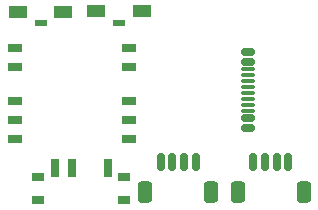
<source format=gbr>
%TF.GenerationSoftware,KiCad,Pcbnew,8.0.5*%
%TF.CreationDate,2024-10-05T23:36:15+02:00*%
%TF.ProjectId,projet s6,70726f6a-6574-4207-9336-2e6b69636164,rev?*%
%TF.SameCoordinates,Original*%
%TF.FileFunction,Paste,Bot*%
%TF.FilePolarity,Positive*%
%FSLAX46Y46*%
G04 Gerber Fmt 4.6, Leading zero omitted, Abs format (unit mm)*
G04 Created by KiCad (PCBNEW 8.0.5) date 2024-10-05 23:36:15*
%MOMM*%
%LPD*%
G01*
G04 APERTURE LIST*
G04 Aperture macros list*
%AMRoundRect*
0 Rectangle with rounded corners*
0 $1 Rounding radius*
0 $2 $3 $4 $5 $6 $7 $8 $9 X,Y pos of 4 corners*
0 Add a 4 corners polygon primitive as box body*
4,1,4,$2,$3,$4,$5,$6,$7,$8,$9,$2,$3,0*
0 Add four circle primitives for the rounded corners*
1,1,$1+$1,$2,$3*
1,1,$1+$1,$4,$5*
1,1,$1+$1,$6,$7*
1,1,$1+$1,$8,$9*
0 Add four rect primitives between the rounded corners*
20,1,$1+$1,$2,$3,$4,$5,0*
20,1,$1+$1,$4,$5,$6,$7,0*
20,1,$1+$1,$6,$7,$8,$9,0*
20,1,$1+$1,$8,$9,$2,$3,0*%
G04 Aperture macros list end*
%ADD10RoundRect,0.150000X-0.425000X0.150000X-0.425000X-0.150000X0.425000X-0.150000X0.425000X0.150000X0*%
%ADD11RoundRect,0.075000X-0.500000X0.075000X-0.500000X-0.075000X0.500000X-0.075000X0.500000X0.075000X0*%
%ADD12R,1.100000X0.500000*%
%ADD13R,1.650000X1.050000*%
%ADD14R,1.200000X0.800000*%
%ADD15R,0.700000X1.600000*%
%ADD16R,0.700000X1.500000*%
%ADD17R,1.000000X0.800000*%
%ADD18RoundRect,0.150000X-0.150000X-0.625000X0.150000X-0.625000X0.150000X0.625000X-0.150000X0.625000X0*%
%ADD19RoundRect,0.250000X-0.350000X-0.650000X0.350000X-0.650000X0.350000X0.650000X-0.350000X0.650000X0*%
G04 APERTURE END LIST*
D10*
%TO.C,J1*%
X201890000Y-70830000D03*
X201890000Y-71630000D03*
D11*
X201890000Y-72780000D03*
X201890000Y-73780000D03*
X201890000Y-74280000D03*
X201890000Y-75280000D03*
D10*
X201890000Y-76430000D03*
X201890000Y-77230000D03*
X201890000Y-77230000D03*
X201890000Y-76430000D03*
D11*
X201890000Y-75780000D03*
X201890000Y-74780000D03*
X201890000Y-73280000D03*
X201890000Y-72280000D03*
D10*
X201890000Y-71630000D03*
X201890000Y-70830000D03*
%TD*%
D12*
%TO.C,SW1*%
X190995000Y-68355000D03*
D13*
X189070000Y-67380000D03*
X192920000Y-67380000D03*
%TD*%
D14*
%TO.C,PA1010D1*%
X191850000Y-70500000D03*
X191850000Y-72100000D03*
X191850000Y-75000000D03*
X191850000Y-76600000D03*
X191850000Y-78200000D03*
X182150000Y-78200000D03*
X182150000Y-76600000D03*
X182150000Y-75000000D03*
X182150000Y-72100000D03*
X182150000Y-70500000D03*
%TD*%
D15*
%TO.C,SW6*%
X185540000Y-80650000D03*
D16*
X187040000Y-80650000D03*
X190040000Y-80650000D03*
D17*
X191440000Y-83365000D03*
X191440000Y-81435000D03*
X184140000Y-83365000D03*
X184140000Y-81435000D03*
%TD*%
D12*
%TO.C,SW2*%
X184340000Y-68360000D03*
D13*
X182415000Y-67385000D03*
X186265000Y-67385000D03*
%TD*%
D18*
%TO.C,J4*%
X194500000Y-80105000D03*
X195500000Y-80105000D03*
X196500000Y-80105000D03*
X197500000Y-80105000D03*
D19*
X193200000Y-82630000D03*
X198800000Y-82630000D03*
%TD*%
D18*
%TO.C,J3*%
X202320000Y-80105000D03*
X203320000Y-80105000D03*
X204320000Y-80105000D03*
X205320000Y-80105000D03*
D19*
X201020000Y-82630000D03*
X206620000Y-82630000D03*
%TD*%
M02*

</source>
